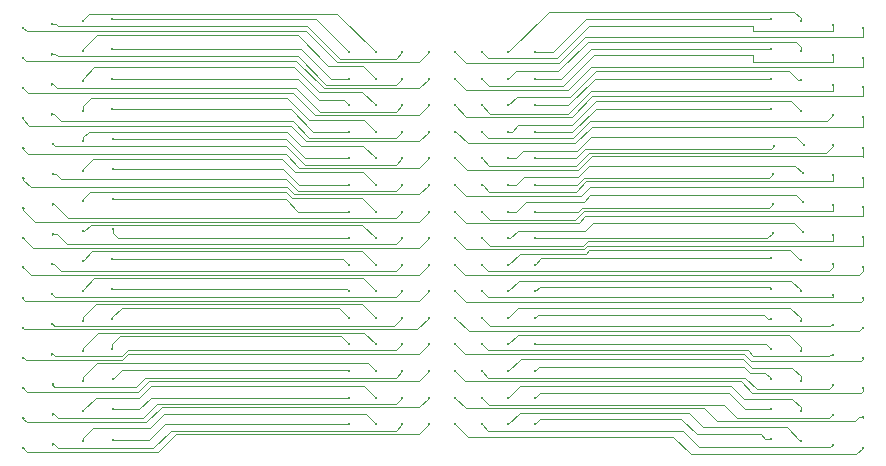
<source format=gbl>
G04 #@! TF.FileFunction,Copper,L2,Bot,Signal*
%FSLAX46Y46*%
G04 Gerber Fmt 4.6, Leading zero omitted, Abs format (unit mm)*
G04 Created by KiCad (PCBNEW 4.0.4-stable) date 11/30/16 02:15:23*
%MOMM*%
%LPD*%
G01*
G04 APERTURE LIST*
%ADD10C,0.150000*%
%ADD11C,0.300000*%
%ADD12C,0.100000*%
G04 APERTURE END LIST*
D10*
D11*
X84000000Y-45250000D03*
X81750000Y-45250000D03*
X79500000Y-45250000D03*
X77250000Y-45250000D03*
X84000000Y-47500000D03*
X81750000Y-47500000D03*
X79500000Y-47500000D03*
X77250000Y-47500000D03*
X84000000Y-49750000D03*
X81750000Y-49750000D03*
X79500000Y-49750000D03*
X77250000Y-49750000D03*
X84000000Y-52000000D03*
X81750000Y-52000000D03*
X79500000Y-52000000D03*
X77250000Y-52000000D03*
X84000000Y-54250000D03*
X81750000Y-54250000D03*
X79500000Y-54250000D03*
X77250000Y-54250000D03*
X84000000Y-56500000D03*
X81750000Y-56500000D03*
X79500000Y-56500000D03*
X77250000Y-56500000D03*
X84000000Y-58750000D03*
X81750000Y-58750000D03*
X79500000Y-58750000D03*
X77250000Y-58750000D03*
X84000000Y-61000000D03*
X81750000Y-61000000D03*
X79500000Y-61000000D03*
X77250000Y-61000000D03*
X84000000Y-63250000D03*
X81750000Y-63250000D03*
X79500000Y-63250000D03*
X77250000Y-63250000D03*
X84000000Y-65500000D03*
X81750000Y-65500000D03*
X79500000Y-65500000D03*
X77250000Y-65500000D03*
X84000000Y-67750000D03*
X81750000Y-67750000D03*
X79500000Y-67750000D03*
X77250000Y-67750000D03*
X84000000Y-70000000D03*
X81750000Y-70000000D03*
X79500000Y-70000000D03*
X77250000Y-70000000D03*
X84000000Y-72250000D03*
X81750000Y-72250000D03*
X79500000Y-72250000D03*
X77250000Y-72250000D03*
X84000000Y-74500000D03*
X81750000Y-74500000D03*
X79500000Y-74500000D03*
X77250000Y-74500000D03*
X84000000Y-76750000D03*
X81750000Y-76750000D03*
X79500000Y-76750000D03*
X77250000Y-76750000D03*
X75000000Y-76750000D03*
X72750000Y-76750000D03*
X70500000Y-76750000D03*
X68250000Y-76750000D03*
X75000000Y-74500000D03*
X72750000Y-74500000D03*
X70500000Y-74500000D03*
X68250000Y-74500000D03*
X75000000Y-72250000D03*
X72750000Y-72250000D03*
X70500000Y-72250000D03*
X68250000Y-72250000D03*
X75000000Y-70000000D03*
X72750000Y-70000000D03*
X70500000Y-70000000D03*
X68250000Y-70000000D03*
X75000000Y-67750000D03*
X72750000Y-67750000D03*
X70500000Y-67750000D03*
X68250000Y-67750000D03*
X75000000Y-65500000D03*
X72750000Y-65500000D03*
X70500000Y-65500000D03*
X68250000Y-65500000D03*
X75000000Y-63250000D03*
X72750000Y-63250000D03*
X70500000Y-63250000D03*
X68250000Y-63250000D03*
X75000000Y-61000000D03*
X72750000Y-61000000D03*
X70500000Y-61000000D03*
X68250000Y-61000000D03*
X75000000Y-58750000D03*
X72750000Y-58750000D03*
X70500000Y-58750000D03*
X68250000Y-58750000D03*
X75000000Y-56500000D03*
X72750000Y-56500000D03*
X70500000Y-56500000D03*
X68250000Y-56500000D03*
X75000000Y-54250000D03*
X72750000Y-54250000D03*
X70500000Y-54250000D03*
X68250000Y-54250000D03*
X75000000Y-52000000D03*
X72750000Y-52000000D03*
X70500000Y-52000000D03*
X68250000Y-52000000D03*
X75000000Y-49750000D03*
X72750000Y-49750000D03*
X70500000Y-49750000D03*
X68250000Y-49750000D03*
X75000000Y-47500000D03*
X72750000Y-47500000D03*
X70500000Y-47500000D03*
X68250000Y-47500000D03*
X75000000Y-45250000D03*
X72750000Y-45250000D03*
X70500000Y-45250000D03*
X68250000Y-45250000D03*
X106500000Y-42600000D03*
X109250000Y-42950000D03*
X111760000Y-43180000D03*
X103950000Y-45000000D03*
X103950000Y-42450000D03*
X106500000Y-45150000D03*
X109250000Y-45500000D03*
X111760000Y-45730000D03*
X103950000Y-47500000D03*
X106500000Y-47650000D03*
X109250000Y-48000000D03*
X111760000Y-48230000D03*
X103950000Y-50050000D03*
X106500000Y-50200000D03*
X109250000Y-50550000D03*
X111760000Y-50780000D03*
X104250000Y-53175000D03*
X106750000Y-53075000D03*
X109250000Y-53100000D03*
X111760000Y-53330000D03*
X104150000Y-55575000D03*
X106650000Y-55500000D03*
X109250000Y-55650000D03*
X111760000Y-55880000D03*
X104125000Y-58100000D03*
X106700000Y-57975000D03*
X109250000Y-58150000D03*
X111760000Y-58380000D03*
X104150000Y-60525000D03*
X106650000Y-60450000D03*
X109250000Y-60700000D03*
X111760000Y-60930000D03*
X103950000Y-62700000D03*
X106500000Y-62850000D03*
X109250000Y-63200000D03*
X111760000Y-63430000D03*
X103950000Y-65300000D03*
X106500000Y-65450000D03*
X109250000Y-65800000D03*
X111760000Y-66030000D03*
X103950000Y-67850000D03*
X106500000Y-68000000D03*
X109250000Y-68350000D03*
X111760000Y-68580000D03*
X103950000Y-70400000D03*
X106500000Y-70550000D03*
X109250000Y-70900000D03*
X111760000Y-71130000D03*
X103950000Y-72950000D03*
X106500000Y-73100000D03*
X109250000Y-73450000D03*
X111760000Y-73680000D03*
X103950000Y-75450000D03*
X106500000Y-75600000D03*
X109250000Y-75950000D03*
X111760000Y-76180000D03*
X103950000Y-78000000D03*
X106500000Y-78150000D03*
X109250000Y-78500000D03*
X111760000Y-78730000D03*
X40690000Y-78780000D03*
X43150000Y-78450000D03*
X45750000Y-78200000D03*
X48250000Y-78050000D03*
X40690000Y-76230000D03*
X43150000Y-75900000D03*
X45750000Y-75650000D03*
X48250000Y-75500000D03*
X40690000Y-73680000D03*
X43150000Y-73350000D03*
X45750000Y-73100000D03*
X48250000Y-72950000D03*
X40640000Y-71130000D03*
X43100000Y-70800000D03*
X45700000Y-70550000D03*
X48200000Y-70400000D03*
X40640000Y-68580000D03*
X43100000Y-68250000D03*
X45700000Y-68000000D03*
X48200000Y-67850000D03*
X40640000Y-66030000D03*
X43100000Y-65700000D03*
X45700000Y-65450000D03*
X48200000Y-65300000D03*
X40640000Y-63480000D03*
X43100000Y-63150000D03*
X45700000Y-62900000D03*
X48200000Y-62750000D03*
X40690000Y-60980000D03*
X43150000Y-60650000D03*
X45750000Y-60400000D03*
X48250000Y-60250000D03*
X40690000Y-58430000D03*
X43150000Y-58100000D03*
X45750000Y-57850000D03*
X48250000Y-57700000D03*
X40690000Y-55880000D03*
X43150000Y-55550000D03*
X45750000Y-55300000D03*
X48250000Y-55150000D03*
X40690000Y-53330000D03*
X43150000Y-53000000D03*
X45750000Y-52750000D03*
X48250000Y-52600000D03*
X40640000Y-50830000D03*
X43100000Y-50500000D03*
X45700000Y-50250000D03*
X48200000Y-50100000D03*
X40640000Y-48280000D03*
X43100000Y-47950000D03*
X45700000Y-47700000D03*
X48200000Y-47550000D03*
X40640000Y-45730000D03*
X43100000Y-45400000D03*
X45700000Y-45150000D03*
X48200000Y-45000000D03*
X40640000Y-43180000D03*
X43100000Y-42850000D03*
X45700000Y-42600000D03*
X48200000Y-42450000D03*
D12*
X106500000Y-42600000D02*
X106500000Y-42400000D01*
X85175000Y-41825000D02*
X81750000Y-45250000D01*
X105925000Y-41825000D02*
X85175000Y-41825000D01*
X106500000Y-42400000D02*
X105925000Y-41825000D01*
X102450000Y-43000000D02*
X88570000Y-43000000D01*
X79980000Y-45730000D02*
X79500000Y-45250000D01*
X85840000Y-45730000D02*
X79980000Y-45730000D01*
X88570000Y-43000000D02*
X85840000Y-45730000D01*
X109200000Y-43500000D02*
X109250000Y-43450000D01*
X102450000Y-43000000D02*
X102450000Y-43050000D01*
X102450000Y-43050000D02*
X102450000Y-43450000D01*
X102450000Y-43450000D02*
X102500000Y-43500000D01*
X109250000Y-43450000D02*
X109250000Y-42950000D01*
X102500000Y-43500000D02*
X109200000Y-43500000D01*
X111750000Y-43930000D02*
X88270000Y-43930000D01*
X78160000Y-46160000D02*
X77250000Y-45250000D01*
X86040000Y-46160000D02*
X78160000Y-46160000D01*
X88270000Y-43930000D02*
X86040000Y-46160000D01*
X111760000Y-43180000D02*
X111750000Y-43190000D01*
X111750000Y-43190000D02*
X111750000Y-43930000D01*
X111750000Y-43930000D02*
X111750000Y-43950000D01*
X84000000Y-47500000D02*
X86200000Y-47500000D01*
X88700000Y-45000000D02*
X103950000Y-45000000D01*
X86200000Y-47500000D02*
X88700000Y-45000000D01*
X84000000Y-45250000D02*
X85500000Y-45250000D01*
X88300000Y-42450000D02*
X103950000Y-42450000D01*
X85500000Y-45250000D02*
X88300000Y-42450000D01*
X106500000Y-45150000D02*
X106500000Y-44775000D01*
X82375000Y-46875000D02*
X81750000Y-47500000D01*
X85975000Y-46875000D02*
X82375000Y-46875000D01*
X88500000Y-44350000D02*
X85975000Y-46875000D01*
X106075000Y-44350000D02*
X88500000Y-44350000D01*
X106500000Y-44775000D02*
X106075000Y-44350000D01*
X102450000Y-45500000D02*
X89000000Y-45500000D01*
X109200000Y-46050000D02*
X109250000Y-46000000D01*
X102450000Y-45500000D02*
X102450000Y-45600000D01*
X102450000Y-45600000D02*
X102450000Y-46000000D01*
X102450000Y-46000000D02*
X102500000Y-46050000D01*
X109250000Y-46000000D02*
X109250000Y-45500000D01*
X102500000Y-46050000D02*
X109200000Y-46050000D01*
X80100000Y-48100000D02*
X79500000Y-47500000D01*
X86400000Y-48100000D02*
X80100000Y-48100000D01*
X89000000Y-45500000D02*
X86400000Y-48100000D01*
X111750000Y-46500000D02*
X88725000Y-46500000D01*
X111760000Y-45730000D02*
X111750000Y-45740000D01*
X111750000Y-45740000D02*
X111750000Y-46500000D01*
X78200000Y-48450000D02*
X77250000Y-47500000D01*
X86775000Y-48450000D02*
X78200000Y-48450000D01*
X88725000Y-46500000D02*
X86775000Y-48450000D01*
X84000000Y-49750000D02*
X86800000Y-49750000D01*
X89050000Y-47500000D02*
X103950000Y-47500000D01*
X86800000Y-49750000D02*
X89050000Y-47500000D01*
X106500000Y-47650000D02*
X106300000Y-47650000D01*
X82450000Y-49050000D02*
X81750000Y-49750000D01*
X86950000Y-49050000D02*
X82450000Y-49050000D01*
X89150000Y-46850000D02*
X86950000Y-49050000D01*
X105500000Y-46850000D02*
X89150000Y-46850000D01*
X106300000Y-47650000D02*
X105500000Y-46850000D01*
X81750000Y-49750000D02*
X81750000Y-49600000D01*
X102500000Y-48550000D02*
X88700000Y-48550000D01*
X109200000Y-48550000D02*
X109250000Y-48500000D01*
X109250000Y-48500000D02*
X109250000Y-48000000D01*
X102500000Y-48550000D02*
X109200000Y-48550000D01*
X80199998Y-50449998D02*
X79500000Y-49750000D01*
X86800002Y-50449998D02*
X80199998Y-50449998D01*
X88700000Y-48550000D02*
X86800002Y-50449998D01*
X111750000Y-49000000D02*
X88825000Y-49000000D01*
X111760000Y-48230000D02*
X111750000Y-48240000D01*
X111750000Y-48240000D02*
X111750000Y-49000000D01*
X78200000Y-50700000D02*
X77250000Y-49750000D01*
X87125000Y-50700000D02*
X78200000Y-50700000D01*
X88825000Y-49000000D02*
X87125000Y-50700000D01*
X84000000Y-52000000D02*
X87175000Y-52000000D01*
X89125000Y-50050000D02*
X103950000Y-50050000D01*
X87175000Y-52000000D02*
X89125000Y-50050000D01*
X81750000Y-52000000D02*
X82050000Y-52000000D01*
X105700000Y-49400000D02*
X106500000Y-50200000D01*
X89150000Y-49400000D02*
X105700000Y-49400000D01*
X87100000Y-51450000D02*
X89150000Y-49400000D01*
X82600000Y-51450000D02*
X87100000Y-51450000D01*
X82050000Y-52000000D02*
X82600000Y-51450000D01*
X88625000Y-51100000D02*
X108700000Y-51100000D01*
X87235000Y-52490000D02*
X88625000Y-51100000D01*
X80040000Y-52490000D02*
X87235000Y-52490000D01*
X80040000Y-52490000D02*
X79550000Y-52000000D01*
X108700000Y-51100000D02*
X109250000Y-50550000D01*
X79500000Y-52000000D02*
X79550000Y-52000000D01*
X77250000Y-52000000D02*
X77350000Y-52000000D01*
X77350000Y-52000000D02*
X78300000Y-52950000D01*
X78300000Y-52950000D02*
X87425000Y-52950000D01*
X87425000Y-52950000D02*
X88825000Y-51550000D01*
X88825000Y-51550000D02*
X111750000Y-51550000D01*
X111750000Y-50790000D02*
X111760000Y-50780000D01*
X111750000Y-50790000D02*
X111750000Y-51550000D01*
X84000000Y-54250000D02*
X87500000Y-54250000D01*
X103950000Y-53475000D02*
X104250000Y-53175000D01*
X88275000Y-53475000D02*
X103950000Y-53475000D01*
X87500000Y-54250000D02*
X88275000Y-53475000D01*
X81750000Y-54250000D02*
X82350000Y-54250000D01*
X106125000Y-52450000D02*
X106750000Y-53075000D01*
X88728556Y-52450000D02*
X106125000Y-52450000D01*
X87578556Y-53600000D02*
X88728556Y-52450000D01*
X83000000Y-53600000D02*
X87578556Y-53600000D01*
X82350000Y-54250000D02*
X83000000Y-53600000D01*
X109250000Y-53100000D02*
X109250000Y-53200000D01*
X80125000Y-54875000D02*
X79500000Y-54250000D01*
X87500000Y-54875000D02*
X80125000Y-54875000D01*
X88600000Y-53775000D02*
X87500000Y-54875000D01*
X108675000Y-53775000D02*
X88600000Y-53775000D01*
X109250000Y-53200000D02*
X108675000Y-53775000D01*
X111750000Y-54075000D02*
X88800000Y-54075000D01*
X78250000Y-55250000D02*
X77250000Y-54250000D01*
X87625000Y-55250000D02*
X78250000Y-55250000D01*
X88800000Y-54075000D02*
X87625000Y-55250000D01*
X111750000Y-53340000D02*
X111750000Y-54075000D01*
X111750000Y-54075000D02*
X111750000Y-54100000D01*
X111750000Y-53340000D02*
X111760000Y-53330000D01*
X84000000Y-56500000D02*
X87550000Y-56500000D01*
X103825000Y-55900000D02*
X104150000Y-55575000D01*
X88150000Y-55900000D02*
X103825000Y-55900000D01*
X87550000Y-56500000D02*
X88150000Y-55900000D01*
X81750000Y-56500000D02*
X82400000Y-56500000D01*
X106050000Y-54900000D02*
X106650000Y-55500000D01*
X88600000Y-54900000D02*
X106050000Y-54900000D01*
X87650000Y-55850000D02*
X88600000Y-54900000D01*
X83050000Y-55850000D02*
X87650000Y-55850000D01*
X82400000Y-56500000D02*
X83050000Y-55850000D01*
X109200000Y-56200000D02*
X88350000Y-56200000D01*
X109250000Y-56150000D02*
X109250000Y-55650000D01*
X109200000Y-56200000D02*
X109250000Y-56150000D01*
X80125000Y-57050000D02*
X79575000Y-56500000D01*
X87500000Y-57050000D02*
X80125000Y-57050000D01*
X88350000Y-56200000D02*
X87500000Y-57050000D01*
X79575000Y-56500000D02*
X79500000Y-56500000D01*
X111750000Y-56650000D02*
X88625000Y-56650000D01*
X111750000Y-55890000D02*
X111750000Y-56650000D01*
X111760000Y-55880000D02*
X111750000Y-55890000D01*
X78150000Y-57400000D02*
X77250000Y-56500000D01*
X87875000Y-57400000D02*
X78150000Y-57400000D01*
X88625000Y-56650000D02*
X87875000Y-57400000D01*
X84000000Y-58750000D02*
X87625000Y-58750000D01*
X103800000Y-58425000D02*
X104125000Y-58100000D01*
X87950000Y-58425000D02*
X103800000Y-58425000D01*
X87625000Y-58750000D02*
X87950000Y-58425000D01*
X81750000Y-58750000D02*
X82425000Y-58750000D01*
X106100000Y-57375000D02*
X106700000Y-57975000D01*
X88675000Y-57375000D02*
X106100000Y-57375000D01*
X88125000Y-57925000D02*
X88675000Y-57375000D01*
X83250000Y-57925000D02*
X88125000Y-57925000D01*
X82425000Y-58750000D02*
X83250000Y-57925000D01*
X109200000Y-58700000D02*
X88150000Y-58700000D01*
X109250000Y-58650000D02*
X109250000Y-58150000D01*
X109200000Y-58700000D02*
X109250000Y-58650000D01*
X80175000Y-59425000D02*
X79500000Y-58750000D01*
X87425000Y-59425000D02*
X80175000Y-59425000D01*
X88150000Y-58700000D02*
X87425000Y-59425000D01*
X111750000Y-59150000D02*
X88250000Y-59150000D01*
X111750000Y-58390000D02*
X111750000Y-59150000D01*
X111760000Y-58380000D02*
X111750000Y-58390000D01*
X78200000Y-59700000D02*
X77250000Y-58750000D01*
X87700000Y-59700000D02*
X78200000Y-59700000D01*
X88250000Y-59150000D02*
X87700000Y-59700000D01*
X84000000Y-61000000D02*
X88200000Y-61000000D01*
X103675002Y-60999998D02*
X104150000Y-60525000D01*
X88200002Y-60999998D02*
X103675002Y-60999998D01*
X88200000Y-61000000D02*
X88200002Y-60999998D01*
X81750000Y-61000000D02*
X81925000Y-61000000D01*
X81925000Y-61000000D02*
X82525000Y-60400000D01*
X82525000Y-60400000D02*
X88225000Y-60400000D01*
X88225000Y-60400000D02*
X88900000Y-59725000D01*
X88900000Y-59725000D02*
X105925000Y-59725000D01*
X105925000Y-59725000D02*
X106650000Y-60450000D01*
X109200000Y-61250000D02*
X88450000Y-61250000D01*
X109200000Y-61250000D02*
X109250000Y-61200000D01*
X109250000Y-61200000D02*
X109250000Y-60700000D01*
X80150000Y-61650000D02*
X79500000Y-61000000D01*
X88050000Y-61650000D02*
X80150000Y-61650000D01*
X88450000Y-61250000D02*
X88050000Y-61650000D01*
X111750000Y-61700000D02*
X88425000Y-61700000D01*
X111760000Y-60930000D02*
X111750000Y-60940000D01*
X111750000Y-60940000D02*
X111750000Y-61700000D01*
X78200000Y-61950000D02*
X77250000Y-61000000D01*
X88175000Y-61950000D02*
X78200000Y-61950000D01*
X88425000Y-61700000D02*
X88175000Y-61950000D01*
X103950000Y-62700000D02*
X84550000Y-62700000D01*
X84550000Y-62700000D02*
X84000000Y-63250000D01*
X106500000Y-62850000D02*
X106450000Y-62850000D01*
X82700000Y-62300000D02*
X81750000Y-63250000D01*
X88300000Y-62300000D02*
X82700000Y-62300000D01*
X88600000Y-62000000D02*
X88300000Y-62300000D01*
X105600000Y-62000000D02*
X88600000Y-62000000D01*
X106450000Y-62850000D02*
X105600000Y-62000000D01*
X109250000Y-63200000D02*
X109250000Y-63450000D01*
X80050000Y-63800000D02*
X79500000Y-63250000D01*
X108900000Y-63800000D02*
X80050000Y-63800000D01*
X109250000Y-63450000D02*
X108900000Y-63800000D01*
X111760000Y-63430000D02*
X111760000Y-63740000D01*
X111750000Y-63440000D02*
X111760000Y-63430000D01*
X78100000Y-64100000D02*
X77250000Y-63250000D01*
X111400000Y-64100000D02*
X78100000Y-64100000D01*
X111760000Y-63740000D02*
X111400000Y-64100000D01*
X103950000Y-65300000D02*
X103950000Y-65250000D01*
X84400000Y-65100000D02*
X84000000Y-65500000D01*
X103800000Y-65100000D02*
X84400000Y-65100000D01*
X103950000Y-65250000D02*
X103800000Y-65100000D01*
X106500000Y-65450000D02*
X106500000Y-65400000D01*
X82650000Y-64600000D02*
X81750000Y-65500000D01*
X105700000Y-64600000D02*
X82650000Y-64600000D01*
X106500000Y-65400000D02*
X105700000Y-64600000D01*
X109250000Y-65800000D02*
X109250000Y-65950000D01*
X80000000Y-66000000D02*
X79500000Y-65500000D01*
X109200000Y-66000000D02*
X80000000Y-66000000D01*
X109250000Y-65950000D02*
X109200000Y-66000000D01*
X111760000Y-66030000D02*
X111760000Y-66240000D01*
X111750000Y-66040000D02*
X111760000Y-66030000D01*
X78150000Y-66400000D02*
X77250000Y-65500000D01*
X111600000Y-66400000D02*
X78150000Y-66400000D01*
X111760000Y-66240000D02*
X111600000Y-66400000D01*
X103950000Y-67850000D02*
X103750000Y-67850000D01*
X84250000Y-67500000D02*
X84000000Y-67750000D01*
X103400000Y-67500000D02*
X84250000Y-67500000D01*
X103750000Y-67850000D02*
X103400000Y-67500000D01*
X106500000Y-68000000D02*
X106500000Y-67800000D01*
X82600000Y-66900000D02*
X81750000Y-67750000D01*
X105600000Y-66900000D02*
X82600000Y-66900000D01*
X106500000Y-67800000D02*
X105600000Y-66900000D01*
X109250000Y-68350000D02*
X109050000Y-68350000D01*
X80150000Y-68400000D02*
X79500000Y-67750000D01*
X109000000Y-68400000D02*
X80150000Y-68400000D01*
X109050000Y-68350000D02*
X109000000Y-68400000D01*
X111760000Y-68580000D02*
X111720000Y-68580000D01*
X111750000Y-68590000D02*
X111760000Y-68580000D01*
X78400000Y-68900000D02*
X77250000Y-67750000D01*
X111400000Y-68900000D02*
X78400000Y-68900000D01*
X111720000Y-68580000D02*
X111400000Y-68900000D01*
X103950000Y-70400000D02*
X103950000Y-70350000D01*
X103600000Y-70000000D02*
X84000000Y-70000000D01*
X103950000Y-70350000D02*
X103600000Y-70000000D01*
X106500000Y-70550000D02*
X106500000Y-70200000D01*
X82550000Y-69200000D02*
X81750000Y-70000000D01*
X105500000Y-69200000D02*
X82550000Y-69200000D01*
X106500000Y-70200000D02*
X105500000Y-69200000D01*
X109250000Y-70900000D02*
X109000000Y-70900000D01*
X80000000Y-70500000D02*
X79500000Y-70000000D01*
X102000000Y-70500000D02*
X80000000Y-70500000D01*
X102500000Y-71000000D02*
X102000000Y-70500000D01*
X108900000Y-71000000D02*
X102500000Y-71000000D01*
X109000000Y-70900000D02*
X108900000Y-71000000D01*
X111760000Y-71130000D02*
X111760000Y-71240000D01*
X111750000Y-71140000D02*
X111760000Y-71130000D01*
X78050000Y-70800000D02*
X77250000Y-70000000D01*
X101700000Y-70800000D02*
X78050000Y-70800000D01*
X102300000Y-71400000D02*
X101700000Y-70800000D01*
X111600000Y-71400000D02*
X102300000Y-71400000D01*
X111760000Y-71240000D02*
X111600000Y-71400000D01*
X103950000Y-72950000D02*
X103950000Y-72850000D01*
X84350000Y-71900000D02*
X84000000Y-72250000D01*
X101700000Y-71900000D02*
X84350000Y-71900000D01*
X102200000Y-72400000D02*
X101700000Y-71900000D01*
X103500000Y-72400000D02*
X102200000Y-72400000D01*
X103950000Y-72850000D02*
X103500000Y-72400000D01*
X106500000Y-73100000D02*
X106500000Y-72700000D01*
X82800000Y-71200000D02*
X81750000Y-72250000D01*
X101600000Y-71200000D02*
X82800000Y-71200000D01*
X102400000Y-72000000D02*
X101600000Y-71200000D01*
X105800000Y-72000000D02*
X102400000Y-72000000D01*
X106500000Y-72700000D02*
X105800000Y-72000000D01*
X109250000Y-73450000D02*
X108900000Y-73800000D01*
X80050000Y-72800000D02*
X79500000Y-72250000D01*
X101800000Y-72800000D02*
X80050000Y-72800000D01*
X102800000Y-73800000D02*
X101800000Y-72800000D01*
X108900000Y-73800000D02*
X102800000Y-73800000D01*
X111760000Y-73680000D02*
X111760000Y-73940000D01*
X111750000Y-73690000D02*
X111760000Y-73680000D01*
X78100000Y-73100000D02*
X77250000Y-72250000D01*
X101400000Y-73100000D02*
X78100000Y-73100000D01*
X102400000Y-74100000D02*
X101400000Y-73100000D01*
X111600000Y-74100000D02*
X102400000Y-74100000D01*
X111760000Y-73940000D02*
X111600000Y-74100000D01*
X103950000Y-75450000D02*
X101750000Y-75450000D01*
X84400000Y-74100000D02*
X84000000Y-74500000D01*
X100400000Y-74100000D02*
X84400000Y-74100000D01*
X101750000Y-75450000D02*
X100400000Y-74100000D01*
X106500000Y-75600000D02*
X106500000Y-75300000D01*
X82750000Y-73500000D02*
X81750000Y-74500000D01*
X100600000Y-73500000D02*
X82750000Y-73500000D01*
X101700000Y-74600000D02*
X100600000Y-73500000D01*
X105800000Y-74600000D02*
X101700000Y-74600000D01*
X106500000Y-75300000D02*
X105800000Y-74600000D01*
X109250000Y-75950000D02*
X109150000Y-75950000D01*
X80100000Y-75100000D02*
X79500000Y-74500000D01*
X100000000Y-75100000D02*
X80100000Y-75100000D01*
X101100000Y-76200000D02*
X100000000Y-75100000D01*
X108900000Y-76200000D02*
X101100000Y-76200000D01*
X109150000Y-75950000D02*
X108900000Y-76200000D01*
X111760000Y-76180000D02*
X111420000Y-76180000D01*
X111750000Y-76190000D02*
X111760000Y-76180000D01*
X78150000Y-75400000D02*
X77250000Y-74500000D01*
X98300000Y-75400000D02*
X78150000Y-75400000D01*
X99400000Y-76500000D02*
X98300000Y-75400000D01*
X111100000Y-76500000D02*
X99400000Y-76500000D01*
X111420000Y-76180000D02*
X111100000Y-76500000D01*
X103950000Y-78000000D02*
X103500000Y-78000000D01*
X84450000Y-76300000D02*
X84000000Y-76750000D01*
X96400000Y-76300000D02*
X84450000Y-76300000D01*
X97700000Y-77600000D02*
X96400000Y-76300000D01*
X103100000Y-77600000D02*
X97700000Y-77600000D01*
X103500000Y-78000000D02*
X103100000Y-77600000D01*
X106500000Y-78150000D02*
X106450000Y-78150000D01*
X82700000Y-75800000D02*
X81750000Y-76750000D01*
X97000000Y-75800000D02*
X82700000Y-75800000D01*
X98200000Y-77000000D02*
X97000000Y-75800000D01*
X105300000Y-77000000D02*
X98200000Y-77000000D01*
X106450000Y-78150000D02*
X105300000Y-77000000D01*
X109250000Y-78500000D02*
X109200000Y-78500000D01*
X80050000Y-77300000D02*
X79500000Y-76750000D01*
X96500000Y-77300000D02*
X80050000Y-77300000D01*
X97900000Y-78700000D02*
X96500000Y-77300000D01*
X109000000Y-78700000D02*
X97900000Y-78700000D01*
X109200000Y-78500000D02*
X109000000Y-78700000D01*
X111760000Y-78730000D02*
X111760000Y-78740000D01*
X111750000Y-78740000D02*
X111760000Y-78730000D01*
X78300000Y-77800000D02*
X77250000Y-76750000D01*
X95700000Y-77800000D02*
X78300000Y-77800000D01*
X97200000Y-79300000D02*
X95700000Y-77800000D01*
X111200000Y-79300000D02*
X97200000Y-79300000D01*
X111760000Y-78740000D02*
X111200000Y-79300000D01*
X40690000Y-78780000D02*
X40690000Y-78790000D01*
X40700000Y-78790000D02*
X40690000Y-78780000D01*
X74150000Y-77600000D02*
X75000000Y-76750000D01*
X53600000Y-77600000D02*
X74150000Y-77600000D01*
X52100000Y-79100000D02*
X53600000Y-77600000D01*
X41000000Y-79100000D02*
X52100000Y-79100000D01*
X40690000Y-78790000D02*
X41000000Y-79100000D01*
X43150000Y-78450000D02*
X43250000Y-78450000D01*
X72200000Y-77300000D02*
X72750000Y-76750000D01*
X53200000Y-77300000D02*
X72200000Y-77300000D01*
X51700000Y-78800000D02*
X53200000Y-77300000D01*
X43600000Y-78800000D02*
X51700000Y-78800000D01*
X43250000Y-78450000D02*
X43600000Y-78800000D01*
X43100000Y-78500000D02*
X43150000Y-78450000D01*
X45750000Y-78200000D02*
X45750000Y-77950000D01*
X69650000Y-75900000D02*
X70500000Y-76750000D01*
X52600000Y-75900000D02*
X69650000Y-75900000D01*
X51400000Y-77100000D02*
X52600000Y-75900000D01*
X46600000Y-77100000D02*
X51400000Y-77100000D01*
X45750000Y-77950000D02*
X46600000Y-77100000D01*
X48250000Y-78050000D02*
X51350000Y-78050000D01*
X52650000Y-76750000D02*
X68250000Y-76750000D01*
X51350000Y-78050000D02*
X52650000Y-76750000D01*
X40690000Y-76230000D02*
X40690000Y-76290000D01*
X40700000Y-76240000D02*
X40690000Y-76230000D01*
X74200000Y-75300000D02*
X75000000Y-74500000D01*
X52400000Y-75300000D02*
X74200000Y-75300000D01*
X51100000Y-76600000D02*
X52400000Y-75300000D01*
X41000000Y-76600000D02*
X51100000Y-76600000D01*
X40690000Y-76290000D02*
X41000000Y-76600000D01*
X43150000Y-75900000D02*
X43300000Y-75900000D01*
X72250000Y-75000000D02*
X72750000Y-74500000D01*
X52000000Y-75000000D02*
X72250000Y-75000000D01*
X50800000Y-76200000D02*
X52000000Y-75000000D01*
X43600000Y-76200000D02*
X50800000Y-76200000D01*
X43300000Y-75900000D02*
X43600000Y-76200000D01*
X43100000Y-75950000D02*
X43150000Y-75900000D01*
X45750000Y-75650000D02*
X45750000Y-75550000D01*
X69500000Y-73500000D02*
X70500000Y-74500000D01*
X51500000Y-73500000D02*
X69500000Y-73500000D01*
X50500000Y-74500000D02*
X51500000Y-73500000D01*
X46800000Y-74500000D02*
X50500000Y-74500000D01*
X45750000Y-75550000D02*
X46800000Y-74500000D01*
X48250000Y-75500000D02*
X50500000Y-75500000D01*
X51500000Y-74500000D02*
X68250000Y-74500000D01*
X50500000Y-75500000D02*
X51500000Y-74500000D01*
X40690000Y-73680000D02*
X40690000Y-73690000D01*
X40700000Y-73690000D02*
X40690000Y-73680000D01*
X74150000Y-73100000D02*
X75000000Y-72250000D01*
X51300000Y-73100000D02*
X74150000Y-73100000D01*
X50400000Y-74000000D02*
X51300000Y-73100000D01*
X41000000Y-74000000D02*
X50400000Y-74000000D01*
X40690000Y-73690000D02*
X41000000Y-74000000D01*
X43150000Y-73350000D02*
X43150000Y-73450000D01*
X72200000Y-72800000D02*
X72750000Y-72250000D01*
X51000000Y-72800000D02*
X72200000Y-72800000D01*
X50200000Y-73600000D02*
X51000000Y-72800000D01*
X43300000Y-73600000D02*
X50200000Y-73600000D01*
X43150000Y-73450000D02*
X43300000Y-73600000D01*
X43100000Y-73400000D02*
X43150000Y-73350000D01*
X45750000Y-73100000D02*
X45750000Y-72750000D01*
X69850000Y-71600000D02*
X70500000Y-72250000D01*
X46900000Y-71600000D02*
X69850000Y-71600000D01*
X45750000Y-72750000D02*
X46900000Y-71600000D01*
X48250000Y-72950000D02*
X49000000Y-72200000D01*
X49000000Y-72200000D02*
X68200000Y-72200000D01*
X68200000Y-72200000D02*
X68250000Y-72250000D01*
X40640000Y-71130000D02*
X40730000Y-71130000D01*
X40650000Y-71140000D02*
X40640000Y-71130000D01*
X74200000Y-70800000D02*
X75000000Y-70000000D01*
X49553556Y-70800000D02*
X74200000Y-70800000D01*
X49053556Y-71300000D02*
X49553556Y-70800000D01*
X40900000Y-71300000D02*
X49053556Y-71300000D01*
X40730000Y-71130000D02*
X40900000Y-71300000D01*
X43100000Y-70800000D02*
X43200000Y-70800000D01*
X72250000Y-70500000D02*
X72750000Y-70000000D01*
X49500000Y-70500000D02*
X72250000Y-70500000D01*
X49000000Y-71000000D02*
X49500000Y-70500000D01*
X43400000Y-71000000D02*
X49000000Y-71000000D01*
X43200000Y-70800000D02*
X43400000Y-71000000D01*
X43050000Y-70850000D02*
X43100000Y-70800000D01*
X45700000Y-70550000D02*
X45700000Y-70300000D01*
X69500000Y-69000000D02*
X70500000Y-70000000D01*
X47000000Y-69000000D02*
X69500000Y-69000000D01*
X45700000Y-70300000D02*
X47000000Y-69000000D01*
X48200000Y-70400000D02*
X48200000Y-70000000D01*
X67550000Y-69300000D02*
X68250000Y-70000000D01*
X48900000Y-69300000D02*
X67550000Y-69300000D01*
X48200000Y-70000000D02*
X48900000Y-69300000D01*
X40640000Y-68580000D02*
X40640000Y-68640000D01*
X40650000Y-68590000D02*
X40640000Y-68580000D01*
X74050000Y-68700000D02*
X75000000Y-67750000D01*
X40700000Y-68700000D02*
X74050000Y-68700000D01*
X40640000Y-68640000D02*
X40700000Y-68700000D01*
X43100000Y-68250000D02*
X43150000Y-68250000D01*
X72100000Y-68400000D02*
X72750000Y-67750000D01*
X43300000Y-68400000D02*
X72100000Y-68400000D01*
X43150000Y-68250000D02*
X43300000Y-68400000D01*
X43050000Y-68300000D02*
X43100000Y-68250000D01*
X45700000Y-68000000D02*
X45700000Y-67700000D01*
X69350000Y-66600000D02*
X70500000Y-67750000D01*
X46800000Y-66600000D02*
X69350000Y-66600000D01*
X45700000Y-67700000D02*
X46800000Y-66600000D01*
X48200000Y-67850000D02*
X48200000Y-67700000D01*
X67400000Y-66900000D02*
X68250000Y-67750000D01*
X49000000Y-66900000D02*
X67400000Y-66900000D01*
X48200000Y-67700000D02*
X49000000Y-66900000D01*
X40640000Y-66030000D02*
X40640000Y-66140000D01*
X40650000Y-66040000D02*
X40640000Y-66030000D01*
X74200000Y-66300000D02*
X75000000Y-65500000D01*
X40800000Y-66300000D02*
X74200000Y-66300000D01*
X40640000Y-66140000D02*
X40800000Y-66300000D01*
X43100000Y-65700000D02*
X43400000Y-66000000D01*
X72250000Y-66000000D02*
X72750000Y-65500000D01*
X43400000Y-66000000D02*
X72250000Y-66000000D01*
X43050000Y-65750000D02*
X43100000Y-65700000D01*
X45700000Y-65450000D02*
X45700000Y-65400000D01*
X69400000Y-64400000D02*
X70500000Y-65500000D01*
X46700000Y-64400000D02*
X69400000Y-64400000D01*
X45700000Y-65400000D02*
X46700000Y-64400000D01*
X48200000Y-65300000D02*
X68050000Y-65300000D01*
X68050000Y-65300000D02*
X68250000Y-65500000D01*
X40640000Y-63480000D02*
X40680000Y-63480000D01*
X40650000Y-63490000D02*
X40640000Y-63480000D01*
X74150000Y-64100000D02*
X75000000Y-63250000D01*
X41300000Y-64100000D02*
X74150000Y-64100000D01*
X40680000Y-63480000D02*
X41300000Y-64100000D01*
X43100000Y-63150000D02*
X43250000Y-63150000D01*
X72200000Y-63800000D02*
X72750000Y-63250000D01*
X43900000Y-63800000D02*
X72200000Y-63800000D01*
X43250000Y-63150000D02*
X43900000Y-63800000D01*
X43050000Y-63200000D02*
X43100000Y-63150000D01*
X45700000Y-62900000D02*
X46500000Y-62100000D01*
X69350000Y-62100000D02*
X70500000Y-63250000D01*
X46500000Y-62100000D02*
X69350000Y-62100000D01*
X48200000Y-62750000D02*
X67750000Y-62750000D01*
X67750000Y-62750000D02*
X68250000Y-63250000D01*
X40690000Y-60980000D02*
X40690000Y-60990000D01*
X40700000Y-60990000D02*
X40690000Y-60980000D01*
X74200000Y-61800000D02*
X75000000Y-61000000D01*
X41500000Y-61800000D02*
X74200000Y-61800000D01*
X40690000Y-60990000D02*
X41500000Y-61800000D01*
X43150000Y-60650000D02*
X43550000Y-60650000D01*
X72250000Y-61500000D02*
X72750000Y-61000000D01*
X44400000Y-61500000D02*
X72250000Y-61500000D01*
X43550000Y-60650000D02*
X44400000Y-61500000D01*
X43100000Y-60700000D02*
X43150000Y-60650000D01*
X45750000Y-60400000D02*
X45850002Y-60400000D01*
X69350002Y-59850002D02*
X70500000Y-61000000D01*
X46400000Y-59850002D02*
X69350002Y-59850002D01*
X45850002Y-60400000D02*
X46400000Y-59850002D01*
X48250000Y-60250000D02*
X48250000Y-60550000D01*
X48700000Y-61000000D02*
X68250000Y-61000000D01*
X48250000Y-60550000D02*
X48700000Y-61000000D01*
X40690000Y-58430000D02*
X40690000Y-58590000D01*
X40700000Y-58440000D02*
X40690000Y-58430000D01*
X74150000Y-59600000D02*
X75000000Y-58750000D01*
X41700000Y-59600000D02*
X74150000Y-59600000D01*
X40690000Y-58590000D02*
X41700000Y-59600000D01*
X43150000Y-58100000D02*
X43300000Y-58100000D01*
X72200000Y-59300000D02*
X72750000Y-58750000D01*
X44500000Y-59300000D02*
X72200000Y-59300000D01*
X43300000Y-58100000D02*
X44500000Y-59300000D01*
X43100000Y-58150000D02*
X43150000Y-58100000D01*
X45750000Y-57850000D02*
X45750000Y-57650000D01*
X69350000Y-57600000D02*
X70500000Y-58750000D01*
X63400000Y-57600000D02*
X69350000Y-57600000D01*
X62900000Y-57100000D02*
X63400000Y-57600000D01*
X46300000Y-57100000D02*
X62900000Y-57100000D01*
X45750000Y-57650000D02*
X46300000Y-57100000D01*
X48250000Y-57700000D02*
X62900000Y-57700000D01*
X63950000Y-58750000D02*
X68250000Y-58750000D01*
X62900000Y-57700000D02*
X63950000Y-58750000D01*
X40690000Y-55880000D02*
X40690000Y-56090000D01*
X40700000Y-55890000D02*
X40690000Y-55880000D01*
X74200000Y-57300000D02*
X75000000Y-56500000D01*
X63600000Y-57300000D02*
X74200000Y-57300000D01*
X63000000Y-56700000D02*
X63600000Y-57300000D01*
X41300000Y-56700000D02*
X63000000Y-56700000D01*
X40690000Y-56090000D02*
X41300000Y-56700000D01*
X43150000Y-55550000D02*
X43450000Y-55550000D01*
X72250000Y-57000000D02*
X72750000Y-56500000D01*
X63900000Y-57000000D02*
X72250000Y-57000000D01*
X62900000Y-56000000D02*
X63900000Y-57000000D01*
X43900000Y-56000000D02*
X62900000Y-56000000D01*
X43450000Y-55550000D02*
X43900000Y-56000000D01*
X43100000Y-55600000D02*
X43150000Y-55550000D01*
X45750000Y-55300000D02*
X45750000Y-55150000D01*
X69400000Y-55400000D02*
X70500000Y-56500000D01*
X63700000Y-55400000D02*
X69400000Y-55400000D01*
X62600000Y-54300000D02*
X63700000Y-55400000D01*
X46600000Y-54300000D02*
X62600000Y-54300000D01*
X45750000Y-55150000D02*
X46600000Y-54300000D01*
X48250000Y-55150000D02*
X62650000Y-55150000D01*
X64000000Y-56500000D02*
X68250000Y-56500000D01*
X62650000Y-55150000D02*
X64000000Y-56500000D01*
X40690000Y-53330000D02*
X40690000Y-53490000D01*
X40700000Y-53340000D02*
X40690000Y-53330000D01*
X74199998Y-55050002D02*
X75000000Y-54250000D01*
X64050002Y-55050002D02*
X74199998Y-55050002D01*
X62900000Y-53900000D02*
X64050002Y-55050002D01*
X41100000Y-53900000D02*
X62900000Y-53900000D01*
X40690000Y-53490000D02*
X41100000Y-53900000D01*
X43150000Y-53000000D02*
X43200000Y-53000000D01*
X72200000Y-54800000D02*
X72750000Y-54250000D01*
X64500000Y-54800000D02*
X72200000Y-54800000D01*
X62900000Y-53200000D02*
X64500000Y-54800000D01*
X43400000Y-53200000D02*
X62900000Y-53200000D01*
X43200000Y-53000000D02*
X43400000Y-53200000D01*
X43100000Y-53050000D02*
X43150000Y-53000000D01*
X45750000Y-52750000D02*
X45750000Y-52450000D01*
X69450000Y-53200000D02*
X70500000Y-54250000D01*
X64200000Y-53200000D02*
X69450000Y-53200000D01*
X63000000Y-52000000D02*
X64200000Y-53200000D01*
X46200000Y-52000000D02*
X63000000Y-52000000D01*
X45750000Y-52450000D02*
X46200000Y-52000000D01*
X48250000Y-52600000D02*
X62900000Y-52600000D01*
X64550000Y-54250000D02*
X68250000Y-54250000D01*
X62900000Y-52600000D02*
X64550000Y-54250000D01*
X40640000Y-50830000D02*
X40640000Y-50940000D01*
X40650000Y-50840000D02*
X40640000Y-50830000D01*
X74200000Y-52800000D02*
X75000000Y-52000000D01*
X64600000Y-52800000D02*
X74200000Y-52800000D01*
X63300000Y-51500000D02*
X64600000Y-52800000D01*
X41200000Y-51500000D02*
X63300000Y-51500000D01*
X40640000Y-50940000D02*
X41200000Y-51500000D01*
X43100000Y-50500000D02*
X43300000Y-50500000D01*
X72250000Y-52500000D02*
X72750000Y-52000000D01*
X64900000Y-52500000D02*
X72250000Y-52500000D01*
X63500000Y-51100000D02*
X64900000Y-52500000D01*
X43900000Y-51100000D02*
X63500000Y-51100000D01*
X43300000Y-50500000D02*
X43900000Y-51100000D01*
X43050000Y-50550000D02*
X43100000Y-50500000D01*
X45700000Y-50250000D02*
X45700000Y-49800000D01*
X69500000Y-51000000D02*
X70500000Y-52000000D01*
X64900000Y-51000000D02*
X69500000Y-51000000D01*
X63000000Y-49100000D02*
X64900000Y-51000000D01*
X46400000Y-49100000D02*
X63000000Y-49100000D01*
X45700000Y-49800000D02*
X46400000Y-49100000D01*
X48200000Y-50100000D02*
X63300000Y-50100000D01*
X65200000Y-52000000D02*
X68250000Y-52000000D01*
X63300000Y-50100000D02*
X65200000Y-52000000D01*
X40640000Y-48280000D02*
X40680000Y-48280000D01*
X40650000Y-48290000D02*
X40640000Y-48280000D01*
X74150000Y-50600000D02*
X75000000Y-49750000D01*
X65400000Y-50600000D02*
X74150000Y-50600000D01*
X63500000Y-48700000D02*
X65400000Y-50600000D01*
X41100000Y-48700000D02*
X63500000Y-48700000D01*
X40680000Y-48280000D02*
X41100000Y-48700000D01*
X43100000Y-47950000D02*
X43150000Y-47950000D01*
X72200000Y-50300000D02*
X72750000Y-49750000D01*
X65800000Y-50300000D02*
X72200000Y-50300000D01*
X63800000Y-48300000D02*
X65800000Y-50300000D01*
X43500000Y-48300000D02*
X63800000Y-48300000D01*
X43150000Y-47950000D02*
X43500000Y-48300000D01*
X43050000Y-48000000D02*
X43100000Y-47950000D01*
X45700000Y-47700000D02*
X45700000Y-47500000D01*
X69350000Y-48600000D02*
X70500000Y-49750000D01*
X65700000Y-48600000D02*
X69350000Y-48600000D01*
X63600000Y-46500000D02*
X65700000Y-48600000D01*
X46700000Y-46500000D02*
X63600000Y-46500000D01*
X45700000Y-47500000D02*
X46700000Y-46500000D01*
X48200000Y-47550000D02*
X63950000Y-47550000D01*
X67800000Y-49300000D02*
X68250000Y-49750000D01*
X65700000Y-49300000D02*
X67800000Y-49300000D01*
X63950000Y-47550000D02*
X65700000Y-49300000D01*
X40640000Y-45730000D02*
X40640000Y-45740000D01*
X40650000Y-45740000D02*
X40640000Y-45730000D01*
X74200000Y-48300000D02*
X75000000Y-47500000D01*
X66100000Y-48300000D02*
X74200000Y-48300000D01*
X63800000Y-46000000D02*
X66100000Y-48300000D01*
X40900000Y-46000000D02*
X63800000Y-46000000D01*
X40640000Y-45740000D02*
X40900000Y-46000000D01*
X43100000Y-45400000D02*
X43400000Y-45400000D01*
X72250000Y-48000000D02*
X72750000Y-47500000D01*
X66300000Y-48000000D02*
X72250000Y-48000000D01*
X63900000Y-45600000D02*
X66300000Y-48000000D01*
X43600000Y-45600000D02*
X63900000Y-45600000D01*
X43400000Y-45400000D02*
X43600000Y-45600000D01*
X43050000Y-45450000D02*
X43100000Y-45400000D01*
X45700000Y-45150000D02*
X45700000Y-45000000D01*
X69400000Y-46400000D02*
X70500000Y-47500000D01*
X66500000Y-46400000D02*
X69400000Y-46400000D01*
X63900000Y-43800000D02*
X66500000Y-46400000D01*
X46900000Y-43800000D02*
X63900000Y-43800000D01*
X45700000Y-45000000D02*
X46900000Y-43800000D01*
X48200000Y-45000000D02*
X64200000Y-45000000D01*
X66700000Y-47500000D02*
X68250000Y-47500000D01*
X64200000Y-45000000D02*
X66700000Y-47500000D01*
X40640000Y-43180000D02*
X40680000Y-43180000D01*
X40650000Y-43190000D02*
X40640000Y-43180000D01*
X74150000Y-46100000D02*
X75000000Y-45250000D01*
X67200000Y-46100000D02*
X74150000Y-46100000D01*
X64600000Y-43500000D02*
X67200000Y-46100000D01*
X41000000Y-43500000D02*
X64600000Y-43500000D01*
X40680000Y-43180000D02*
X41000000Y-43500000D01*
X43100000Y-42850000D02*
X43450000Y-42850000D01*
X72200000Y-45800000D02*
X72750000Y-45250000D01*
X67500000Y-45800000D02*
X72200000Y-45800000D01*
X64700000Y-43000000D02*
X67500000Y-45800000D01*
X43600000Y-43000000D02*
X64700000Y-43000000D01*
X43450000Y-42850000D02*
X43600000Y-43000000D01*
X43050000Y-42900000D02*
X43100000Y-42850000D01*
X45700000Y-42600000D02*
X45700000Y-42500000D01*
X67250000Y-42000000D02*
X70500000Y-45250000D01*
X46200000Y-42000000D02*
X67250000Y-42000000D01*
X45700000Y-42500000D02*
X46200000Y-42000000D01*
X48200000Y-42450000D02*
X65450000Y-42450000D01*
X65450000Y-42450000D02*
X68250000Y-45250000D01*
M02*

</source>
